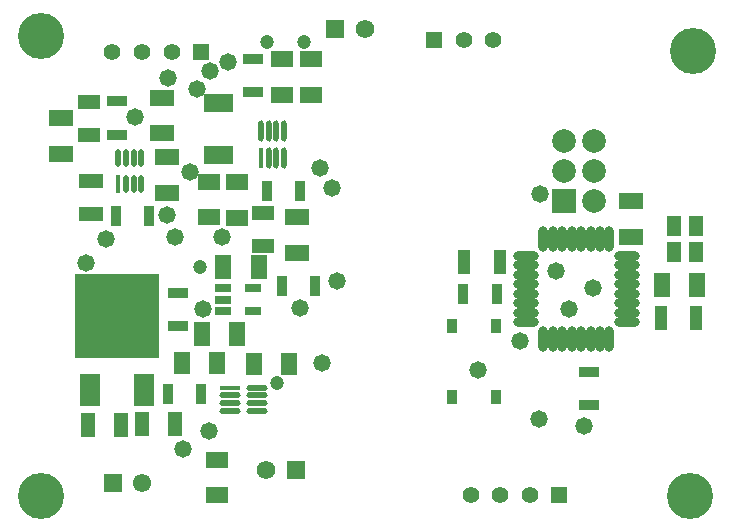
<source format=gts>
G04*
G04 #@! TF.GenerationSoftware,Altium Limited,Altium Designer,24.5.2 (23)*
G04*
G04 Layer_Color=8388736*
%FSLAX44Y44*%
%MOMM*%
G71*
G04*
G04 #@! TF.SameCoordinates,4C0C2288-5299-42BB-A2D6-562D11BE746C*
G04*
G04*
G04 #@! TF.FilePolarity,Negative*
G04*
G01*
G75*
%ADD19R,0.9500X1.7000*%
G04:AMPARAMS|DCode=21|XSize=1.5052mm|YSize=0.4549mm|CornerRadius=0.2275mm|HoleSize=0mm|Usage=FLASHONLY|Rotation=90.000|XOffset=0mm|YOffset=0mm|HoleType=Round|Shape=RoundedRectangle|*
%AMROUNDEDRECTD21*
21,1,1.5052,0.0000,0,0,90.0*
21,1,1.0503,0.4549,0,0,90.0*
1,1,0.4549,0.0000,0.5252*
1,1,0.4549,0.0000,-0.5252*
1,1,0.4549,0.0000,-0.5252*
1,1,0.4549,0.0000,0.5252*
%
%ADD21ROUNDEDRECTD21*%
%ADD22R,0.4549X1.5052*%
G04:AMPARAMS|DCode=24|XSize=1.8052mm|YSize=0.465mm|CornerRadius=0.2325mm|HoleSize=0mm|Usage=FLASHONLY|Rotation=90.000|XOffset=0mm|YOffset=0mm|HoleType=Round|Shape=RoundedRectangle|*
%AMROUNDEDRECTD24*
21,1,1.8052,0.0000,0,0,90.0*
21,1,1.3402,0.4650,0,0,90.0*
1,1,0.4650,0.0000,0.6701*
1,1,0.4650,0.0000,-0.6701*
1,1,0.4650,0.0000,-0.6701*
1,1,0.4650,0.0000,0.6701*
%
%ADD24ROUNDEDRECTD24*%
%ADD25R,0.4650X1.8052*%
%ADD29R,1.7000X0.9500*%
%ADD33R,1.8052X0.4650*%
G04:AMPARAMS|DCode=34|XSize=1.8052mm|YSize=0.465mm|CornerRadius=0.2325mm|HoleSize=0mm|Usage=FLASHONLY|Rotation=0.000|XOffset=0mm|YOffset=0mm|HoleType=Round|Shape=RoundedRectangle|*
%AMROUNDEDRECTD34*
21,1,1.8052,0.0000,0,0,0.0*
21,1,1.3402,0.4650,0,0,0.0*
1,1,0.4650,0.6701,0.0000*
1,1,0.4650,-0.6701,0.0000*
1,1,0.4650,-0.6701,0.0000*
1,1,0.4650,0.6701,0.0000*
%
%ADD34ROUNDEDRECTD34*%
%ADD40R,1.2532X1.6532*%
%ADD41R,1.9032X1.3532*%
%ADD42R,1.0232X2.0232*%
%ADD43R,2.0066X1.3208*%
%ADD44R,1.9532X1.3032*%
%ADD45R,7.2032X7.2032*%
%ADD46R,1.7032X2.7032*%
%ADD47R,2.0232X1.2232*%
%ADD48R,1.3208X2.0066*%
%ADD49R,1.3532X1.9032*%
%ADD50R,0.9532X1.2032*%
%ADD51O,2.1532X0.8032*%
%ADD52O,0.8032X2.1532*%
%ADD53R,0.5032X1.6032*%
%ADD54R,1.2232X2.0232*%
%ADD55R,1.4032X0.8032*%
%ADD56R,1.4000X1.4000*%
%ADD57C,1.4000*%
%ADD58C,3.9032*%
%ADD59R,1.5700X1.5700*%
%ADD60C,1.5700*%
%ADD61C,1.5500*%
%ADD62R,1.5500X1.5500*%
%ADD63R,2.0032X2.0032*%
%ADD64C,2.0032*%
%ADD65C,1.4732*%
%ADD66C,1.2032*%
D19*
X416082Y200914D02*
D03*
X388082D02*
D03*
X121950Y267716D02*
D03*
X93950D02*
D03*
X249712Y288798D02*
D03*
X221712D02*
D03*
X262666Y208026D02*
D03*
X234666D02*
D03*
X165892Y116840D02*
D03*
X137892D02*
D03*
D21*
X95914Y316567D02*
D03*
X102414D02*
D03*
X108914D02*
D03*
X115414D02*
D03*
Y294557D02*
D03*
X108914D02*
D03*
X102414D02*
D03*
D22*
X95914D02*
D03*
D24*
X216766Y339240D02*
D03*
X223266D02*
D03*
X229766D02*
D03*
X236266D02*
D03*
Y316230D02*
D03*
X229766D02*
D03*
X223266D02*
D03*
D25*
X216766D02*
D03*
D29*
X94488Y364266D02*
D03*
Y336266D02*
D03*
X210312Y372588D02*
D03*
Y400588D02*
D03*
X146812Y202214D02*
D03*
Y174214D02*
D03*
X494030Y135442D02*
D03*
Y107442D02*
D03*
D33*
X190425Y122018D02*
D03*
D34*
Y115518D02*
D03*
Y109018D02*
D03*
Y102518D02*
D03*
X213435D02*
D03*
Y109018D02*
D03*
Y115518D02*
D03*
Y122018D02*
D03*
D40*
X566716Y258482D02*
D03*
Y236982D02*
D03*
X585216D02*
D03*
Y258482D02*
D03*
D41*
X196088Y295924D02*
D03*
Y265924D02*
D03*
X259334Y399810D02*
D03*
Y369810D02*
D03*
X234696Y400064D02*
D03*
Y370064D02*
D03*
X179070Y60720D02*
D03*
Y30720D02*
D03*
X172466Y266192D02*
D03*
Y296192D02*
D03*
D42*
X388860Y228092D02*
D03*
X418860D02*
D03*
X555230Y180848D02*
D03*
X585230D02*
D03*
D43*
X137160Y316992D02*
D03*
Y287020D02*
D03*
X132588Y367538D02*
D03*
Y337566D02*
D03*
X247396Y266192D02*
D03*
Y236220D02*
D03*
X47498Y350012D02*
D03*
Y320040D02*
D03*
X530098Y249682D02*
D03*
Y279654D02*
D03*
D44*
X71374Y363982D02*
D03*
Y335982D02*
D03*
X218440Y269778D02*
D03*
Y241778D02*
D03*
D45*
X94996Y182626D02*
D03*
D46*
X117996Y120126D02*
D03*
X71996D02*
D03*
D47*
X72390Y297210D02*
D03*
Y269210D02*
D03*
D48*
X184658Y223774D02*
D03*
X214630D02*
D03*
X196342Y167640D02*
D03*
X166370D02*
D03*
X585978Y209042D02*
D03*
X556006D02*
D03*
D49*
X210552Y141986D02*
D03*
X240552D02*
D03*
X179592Y143256D02*
D03*
X149592D02*
D03*
D50*
X378506Y114272D02*
D03*
Y174272D02*
D03*
X416006Y114272D02*
D03*
Y174272D02*
D03*
D51*
X526176Y177568D02*
D03*
Y185568D02*
D03*
Y193568D02*
D03*
Y201568D02*
D03*
Y209568D02*
D03*
Y217568D02*
D03*
Y225568D02*
D03*
Y233568D02*
D03*
X441176D02*
D03*
Y225568D02*
D03*
Y217568D02*
D03*
Y209568D02*
D03*
Y201568D02*
D03*
Y193568D02*
D03*
Y185568D02*
D03*
Y177568D02*
D03*
D52*
X511676Y248068D02*
D03*
X503676D02*
D03*
X495676D02*
D03*
X487676D02*
D03*
X479676D02*
D03*
X471676D02*
D03*
X463676D02*
D03*
X455676D02*
D03*
Y163068D02*
D03*
X463676D02*
D03*
X471676D02*
D03*
X479676D02*
D03*
X487676D02*
D03*
X495676D02*
D03*
X503676D02*
D03*
X511676D02*
D03*
D53*
X190594Y362614D02*
D03*
X185594D02*
D03*
X180594D02*
D03*
X175594D02*
D03*
X170594D02*
D03*
Y318614D02*
D03*
X175594D02*
D03*
X180594D02*
D03*
X185594D02*
D03*
X190594D02*
D03*
D54*
X97820Y90678D02*
D03*
X69820D02*
D03*
X116048Y90932D02*
D03*
X144048D02*
D03*
D55*
X184604Y206096D02*
D03*
Y196596D02*
D03*
Y187096D02*
D03*
X209604D02*
D03*
Y206096D02*
D03*
D56*
X165932Y405892D02*
D03*
X363512Y416052D02*
D03*
X469354Y31242D02*
D03*
D57*
X140932Y405892D02*
D03*
X115932D02*
D03*
X90932D02*
D03*
X413512Y416052D02*
D03*
X388512D02*
D03*
X394354Y31242D02*
D03*
X419354D02*
D03*
X444354D02*
D03*
D58*
X582168Y406654D02*
D03*
X30000Y30000D02*
D03*
X580000D02*
D03*
X30000Y420000D02*
D03*
D59*
X279654Y425958D02*
D03*
X246126Y52324D02*
D03*
D60*
X305054Y425958D02*
D03*
X220726Y52324D02*
D03*
D61*
X116078Y41656D02*
D03*
D62*
X91078D02*
D03*
D63*
X472948Y280416D02*
D03*
D64*
X498348D02*
D03*
X472948Y305816D02*
D03*
X498348D02*
D03*
X472948Y331216D02*
D03*
X498348D02*
D03*
D65*
X110236Y350774D02*
D03*
X85852Y247650D02*
D03*
X435610Y161544D02*
D03*
X249428Y189230D02*
D03*
X281178Y212598D02*
D03*
X68326Y227584D02*
D03*
X183642Y249576D02*
D03*
X136906Y268288D02*
D03*
X143764Y249936D02*
D03*
X490474Y89916D02*
D03*
X451866Y95250D02*
D03*
X267970Y143002D02*
D03*
X266700Y307594D02*
D03*
X400050Y137160D02*
D03*
X167894Y188976D02*
D03*
X162324Y374867D02*
D03*
X188468Y397510D02*
D03*
X173482Y390144D02*
D03*
X156464Y304546D02*
D03*
X497840Y206502D02*
D03*
X452628Y285750D02*
D03*
X466852Y220726D02*
D03*
X477266Y188722D02*
D03*
X172720Y85598D02*
D03*
X150876Y70104D02*
D03*
X137922Y383794D02*
D03*
X276860Y291338D02*
D03*
D66*
X252730Y414528D02*
D03*
X230495Y125984D02*
D03*
X165100Y224028D02*
D03*
X221742Y414274D02*
D03*
M02*

</source>
